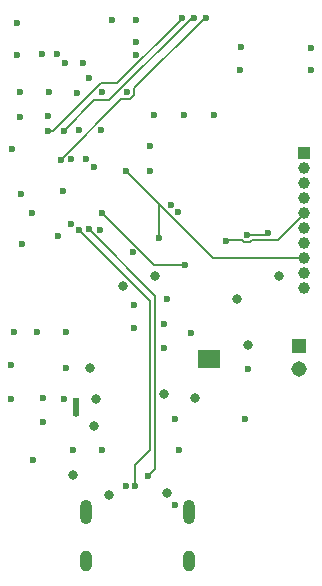
<source format=gbr>
%TF.GenerationSoftware,KiCad,Pcbnew,9.0.4*%
%TF.CreationDate,2025-09-15T16:29:57+02:00*%
%TF.ProjectId,stm32-mcu,73746d33-322d-46d6-9375-2e6b69636164,rev?*%
%TF.SameCoordinates,Original*%
%TF.FileFunction,Copper,L6,Bot*%
%TF.FilePolarity,Positive*%
%FSLAX46Y46*%
G04 Gerber Fmt 4.6, Leading zero omitted, Abs format (unit mm)*
G04 Created by KiCad (PCBNEW 9.0.4) date 2025-09-15 16:29:57*
%MOMM*%
%LPD*%
G01*
G04 APERTURE LIST*
%TA.AperFunction,HeatsinkPad*%
%ADD10O,1.000000X2.100000*%
%TD*%
%TA.AperFunction,HeatsinkPad*%
%ADD11O,1.000000X1.800000*%
%TD*%
%TA.AperFunction,ComponentPad*%
%ADD12R,1.000000X1.000000*%
%TD*%
%TA.AperFunction,ComponentPad*%
%ADD13C,1.000000*%
%TD*%
%TA.AperFunction,HeatsinkPad*%
%ADD14C,0.500000*%
%TD*%
%TA.AperFunction,HeatsinkPad*%
%ADD15R,0.500000X1.600000*%
%TD*%
%TA.AperFunction,HeatsinkPad*%
%ADD16C,0.600000*%
%TD*%
%TA.AperFunction,HeatsinkPad*%
%ADD17R,1.880000X1.570000*%
%TD*%
%TA.AperFunction,ComponentPad*%
%ADD18R,1.308000X1.308000*%
%TD*%
%TA.AperFunction,ComponentPad*%
%ADD19C,1.308000*%
%TD*%
%TA.AperFunction,ViaPad*%
%ADD20C,0.600000*%
%TD*%
%TA.AperFunction,ViaPad*%
%ADD21C,0.800000*%
%TD*%
%TA.AperFunction,Conductor*%
%ADD22C,0.200000*%
%TD*%
G04 APERTURE END LIST*
D10*
%TO.P,J1,S1,SHIELD*%
%TO.N,GND*%
X135655387Y-115604149D03*
D11*
X135655387Y-119784149D03*
D10*
X144295387Y-115604149D03*
D11*
X144295387Y-119784149D03*
%TD*%
D12*
%TO.P,J2,1,Pin_1*%
%TO.N,/LITE_PWM*%
X154060387Y-85184149D03*
D13*
%TO.P,J2,2,Pin_2*%
%TO.N,/SPI1_MISO*%
X154060387Y-86454149D03*
%TO.P,J2,3,Pin_3*%
%TO.N,/SPI1_SCK*%
X154060387Y-87724149D03*
%TO.P,J2,4,Pin_4*%
%TO.N,/SPI1_MOSI*%
X154060387Y-88994149D03*
%TO.P,J2,5,Pin_5*%
%TO.N,/TFT_CS*%
X154060387Y-90264149D03*
%TO.P,J2,6,Pin_6*%
%TO.N,/CARD_CS*%
X154060387Y-91534149D03*
%TO.P,J2,7,Pin_7*%
%TO.N,/D{slash}C*%
X154060387Y-92804149D03*
%TO.P,J2,8,Pin_8*%
%TO.N,/BOOT*%
X154060387Y-94074149D03*
%TO.P,J2,9,Pin_9*%
%TO.N,/5vUSB*%
X154060387Y-95344149D03*
%TO.P,J2,10,Pin_10*%
%TO.N,GND*%
X154060387Y-96614149D03*
%TD*%
D14*
%TO.P,U2,7,EP*%
%TO.N,GND*%
X134757887Y-106176791D03*
D15*
X134757887Y-106726791D03*
D14*
X134757887Y-107276791D03*
%TD*%
D16*
%TO.P,U8,11,VSS*%
%TO.N,GND*%
X145414812Y-103110000D03*
X146694812Y-103110000D03*
D17*
X146054812Y-102625000D03*
D16*
X145414812Y-102140000D03*
X146694812Y-102140000D03*
%TD*%
D18*
%TO.P,J3,1,1*%
%TO.N,/VBAT*%
X153670000Y-101505000D03*
D19*
%TO.P,J3,2,2*%
%TO.N,GND*%
X153670000Y-103505000D03*
%TD*%
D20*
%TO.N,GND*%
X139608465Y-93614335D03*
X146054812Y-102625000D03*
X137790733Y-73950812D03*
X129794000Y-74168000D03*
X129794000Y-76911200D03*
X132486400Y-80010000D03*
X129997200Y-80010000D03*
X141020800Y-86715600D03*
X141020800Y-84632800D03*
X141376400Y-81991200D03*
X154686000Y-78181200D03*
X148691600Y-78181200D03*
X146456400Y-81991200D03*
X143916400Y-81991200D03*
X136956800Y-110388400D03*
X134518400Y-110337600D03*
X131165600Y-111201200D03*
X131978400Y-108000800D03*
X133908800Y-103378000D03*
X133959600Y-100330000D03*
X139700000Y-98044000D03*
X142494000Y-97536000D03*
X149301200Y-103479600D03*
X149047200Y-107746800D03*
X143154400Y-107696000D03*
X143510000Y-110388400D03*
X143175387Y-115029149D03*
%TO.N,/5vUSB*%
X138988800Y-113385600D03*
%TO.N,/ACCEL_INT*%
X136771465Y-91726935D03*
X135839200Y-78892400D03*
%TO.N,/IO_INT*%
X136965387Y-90264149D03*
X144018000Y-94691200D03*
%TO.N,/SPI1_MISO*%
X133286197Y-92191600D03*
X131470400Y-100380800D03*
%TO.N,/RGB_B*%
X145805387Y-73754149D03*
X133506379Y-85810018D03*
%TO.N,/RGB_R*%
X133719140Y-83301649D03*
X144755387Y-73754149D03*
%TO.N,/RGB_G*%
X143705387Y-73754149D03*
X132384800Y-83312000D03*
%TO.N,/MEM_nCE*%
X129507273Y-100380800D03*
X130098800Y-88696800D03*
%TO.N,/BOOT*%
X141798212Y-92367596D03*
X136906000Y-83261200D03*
X135015387Y-83261200D03*
%TO.N,/I2C_SCL*%
X142830457Y-89594149D03*
X135636000Y-85750400D03*
%TO.N,/I2C_SDA*%
X143380000Y-90175528D03*
X136265387Y-86411600D03*
%TO.N,/TFT_CS*%
X147472400Y-92675000D03*
%TO.N,/CARD_CS*%
X149255588Y-92175000D03*
X151034365Y-91969035D03*
%TO.N,/BOOT*%
X139007222Y-86704963D03*
%TO.N,/USB_DM*%
X134987742Y-91690699D03*
X139801600Y-113436400D03*
%TO.N,/USB_DP*%
X140861387Y-112560000D03*
X135832341Y-91651411D03*
%TO.N,/SPI1_SCK*%
X131015387Y-90264149D03*
X133694999Y-88394149D03*
D21*
%TO.N,/5vUSB*%
X141450000Y-95645335D03*
X138716600Y-96436600D03*
D20*
%TO.N,/3v3*%
X136966658Y-80055547D03*
X135382000Y-77622400D03*
X129323661Y-84836976D03*
X130157273Y-92893049D03*
X154705293Y-76290722D03*
X131953363Y-105942085D03*
X129286000Y-103174800D03*
X129295387Y-105990761D03*
X130016269Y-82117349D03*
X131876800Y-76860400D03*
X148742400Y-76250800D03*
X133757885Y-106026843D03*
X133197600Y-76860400D03*
X134366000Y-85750400D03*
X132435600Y-82092800D03*
X133858000Y-77571600D03*
X139842308Y-76871223D03*
X134811875Y-80096051D03*
X139865733Y-73950812D03*
X134349165Y-91208802D03*
X139842308Y-75790000D03*
X139121439Y-80047446D03*
D21*
%TO.N,/5vUSB*%
X135980015Y-103388956D03*
X144830800Y-105968800D03*
X151953865Y-95645335D03*
X136499600Y-106070400D03*
X142443200Y-113995200D03*
X137558812Y-114202170D03*
X142207111Y-105587933D03*
X136296400Y-108356400D03*
X134527221Y-112432500D03*
D20*
%TO.N,/VBAT*%
X144475200Y-100431600D03*
X142240000Y-99720400D03*
D21*
X149310000Y-101430000D03*
X148405000Y-97545000D03*
D20*
%TO.N,/VBAT_SNS*%
X142240000Y-101701600D03*
X139700000Y-100060000D03*
%TD*%
D22*
%TO.N,/RGB_B*%
X145651051Y-73754149D02*
X145805387Y-73754149D01*
X139664568Y-79740632D02*
X145651051Y-73754149D01*
X139722439Y-79798503D02*
X139664568Y-79740632D01*
X139722439Y-80296389D02*
X139722439Y-79798503D01*
X139370382Y-80648446D02*
X139722439Y-80296389D01*
X138872496Y-80648446D02*
X139370382Y-80648446D01*
X138814625Y-80590575D02*
X138872496Y-80648446D01*
X133506379Y-85760078D02*
X138618011Y-80648446D01*
X138618011Y-80648446D02*
X138756754Y-80648446D01*
X133506379Y-85810018D02*
X133506379Y-85760078D01*
X138756754Y-80648446D02*
X138814625Y-80590575D01*
%TO.N,/USB_DP*%
X135847411Y-91651411D02*
X141478000Y-97282000D01*
X135832341Y-91651411D02*
X135847411Y-91651411D01*
X141478000Y-97282000D02*
X141478000Y-111943387D01*
X141478000Y-111943387D02*
X140861387Y-112560000D01*
%TO.N,/USB_DM*%
X139801600Y-111654789D02*
X139801600Y-113436400D01*
X141077000Y-97744600D02*
X141077000Y-110379389D01*
X141077000Y-110379389D02*
X139801600Y-111654789D01*
X134987742Y-91690699D02*
X135023099Y-91690699D01*
X135023099Y-91690699D02*
X141077000Y-97744600D01*
%TO.N,/IO_INT*%
X141392438Y-94691200D02*
X136965387Y-90264149D01*
X144018000Y-94691200D02*
X141392438Y-94691200D01*
%TO.N,/RGB_G*%
X143705387Y-73858087D02*
X143705387Y-73754149D01*
X138264674Y-79298800D02*
X143705387Y-73858087D01*
X132860262Y-83312000D02*
X136873462Y-79298800D01*
X136873462Y-79298800D02*
X138264674Y-79298800D01*
X132384800Y-83312000D02*
X132860262Y-83312000D01*
%TO.N,/RGB_R*%
X144555330Y-73754149D02*
X144755387Y-73754149D01*
X137588279Y-80721200D02*
X144555330Y-73754149D01*
X136299589Y-80721200D02*
X137588279Y-80721200D01*
X133719140Y-83301649D02*
X136299589Y-80721200D01*
%TO.N,/CARD_CS*%
X151001400Y-91975000D02*
X150802400Y-92174000D01*
X150802400Y-92174000D02*
X149989600Y-92174000D01*
X149989600Y-92174000D02*
X149988600Y-92175000D01*
X151028400Y-91975000D02*
X151001400Y-91975000D01*
X151034365Y-91969035D02*
X151028400Y-91975000D01*
X149988600Y-92175000D02*
X149255588Y-92175000D01*
%TO.N,/TFT_CS*%
X154060387Y-90389213D02*
X154060387Y-90264149D01*
X151874600Y-92575000D02*
X154060387Y-90389213D01*
X150155700Y-92575000D02*
X151874600Y-92575000D01*
X149704531Y-92576000D02*
X150154700Y-92576000D01*
X148805645Y-92575000D02*
X149006645Y-92776000D01*
X147674000Y-92575000D02*
X148805645Y-92575000D01*
X147574000Y-92675000D02*
X147674000Y-92575000D01*
X149504531Y-92776000D02*
X149704531Y-92576000D01*
X149006645Y-92776000D02*
X149504531Y-92776000D01*
X147472400Y-92675000D02*
X147574000Y-92675000D01*
X150154700Y-92576000D02*
X150155700Y-92575000D01*
%TO.N,/BOOT*%
X141798212Y-89495952D02*
X141581130Y-89278870D01*
X139007222Y-86704963D02*
X141581130Y-89278870D01*
X141798212Y-92367596D02*
X141798212Y-89495952D01*
X146376408Y-94074149D02*
X154060387Y-94074149D01*
X141581130Y-89278870D02*
X146376408Y-94074149D01*
%TD*%
M02*

</source>
